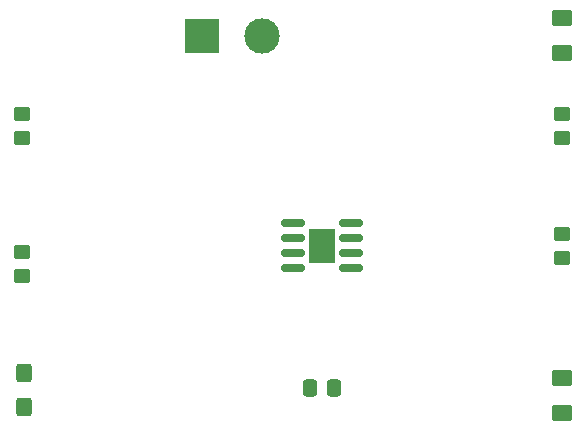
<source format=gbr>
%TF.GenerationSoftware,KiCad,Pcbnew,(6.0.10)*%
%TF.CreationDate,2023-02-17T15:36:48-08:00*%
%TF.ProjectId,Exercise 2,45786572-6369-4736-9520-322e6b696361,rev?*%
%TF.SameCoordinates,Original*%
%TF.FileFunction,Soldermask,Top*%
%TF.FilePolarity,Negative*%
%FSLAX46Y46*%
G04 Gerber Fmt 4.6, Leading zero omitted, Abs format (unit mm)*
G04 Created by KiCad (PCBNEW (6.0.10)) date 2023-02-17 15:36:48*
%MOMM*%
%LPD*%
G01*
G04 APERTURE LIST*
G04 Aperture macros list*
%AMRoundRect*
0 Rectangle with rounded corners*
0 $1 Rounding radius*
0 $2 $3 $4 $5 $6 $7 $8 $9 X,Y pos of 4 corners*
0 Add a 4 corners polygon primitive as box body*
4,1,4,$2,$3,$4,$5,$6,$7,$8,$9,$2,$3,0*
0 Add four circle primitives for the rounded corners*
1,1,$1+$1,$2,$3*
1,1,$1+$1,$4,$5*
1,1,$1+$1,$6,$7*
1,1,$1+$1,$8,$9*
0 Add four rect primitives between the rounded corners*
20,1,$1+$1,$2,$3,$4,$5,0*
20,1,$1+$1,$4,$5,$6,$7,0*
20,1,$1+$1,$6,$7,$8,$9,0*
20,1,$1+$1,$8,$9,$2,$3,0*%
G04 Aperture macros list end*
%ADD10RoundRect,0.250000X-0.450000X0.350000X-0.450000X-0.350000X0.450000X-0.350000X0.450000X0.350000X0*%
%ADD11RoundRect,0.250000X0.337500X0.475000X-0.337500X0.475000X-0.337500X-0.475000X0.337500X-0.475000X0*%
%ADD12RoundRect,0.250001X0.624999X-0.462499X0.624999X0.462499X-0.624999X0.462499X-0.624999X-0.462499X0*%
%ADD13R,3.000000X3.000000*%
%ADD14C,3.000000*%
%ADD15RoundRect,0.250000X-0.425000X0.537500X-0.425000X-0.537500X0.425000X-0.537500X0.425000X0.537500X0*%
%ADD16RoundRect,0.150000X-0.825000X-0.150000X0.825000X-0.150000X0.825000X0.150000X-0.825000X0.150000X0*%
%ADD17R,2.290000X3.000000*%
G04 APERTURE END LIST*
D10*
%TO.C,R4*%
X170180000Y-70120000D03*
X170180000Y-72120000D03*
%TD*%
D11*
%TO.C,C2*%
X150897500Y-83155000D03*
X148822500Y-83155000D03*
%TD*%
D12*
%TO.C,D2*%
X170180000Y-85307500D03*
X170180000Y-82332500D03*
%TD*%
D13*
%TO.C,J1*%
X139700000Y-53340000D03*
D14*
X144780000Y-53340000D03*
%TD*%
D15*
%TO.C,C1*%
X124570000Y-81922500D03*
X124570000Y-84797500D03*
%TD*%
D10*
%TO.C,R3*%
X170180000Y-59960000D03*
X170180000Y-61960000D03*
%TD*%
%TO.C,R2*%
X124460000Y-71660000D03*
X124460000Y-73660000D03*
%TD*%
D16*
%TO.C,U1*%
X147385000Y-69215000D03*
X147385000Y-70485000D03*
X147385000Y-71755000D03*
X147385000Y-73025000D03*
X152335000Y-73025000D03*
X152335000Y-71755000D03*
X152335000Y-70485000D03*
X152335000Y-69215000D03*
D17*
X149860000Y-71120000D03*
%TD*%
D12*
%TO.C,D1*%
X170180000Y-54827500D03*
X170180000Y-51852500D03*
%TD*%
D10*
%TO.C,R1*%
X124460000Y-59960000D03*
X124460000Y-61960000D03*
%TD*%
M02*

</source>
